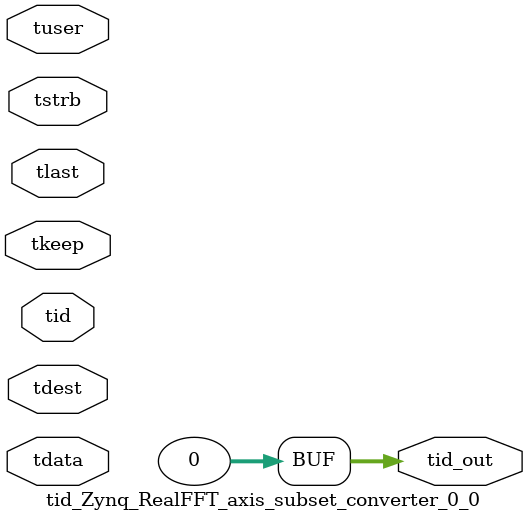
<source format=v>


`timescale 1ps/1ps

module tid_Zynq_RealFFT_axis_subset_converter_0_0 #
(
parameter C_S_AXIS_TID_WIDTH   = 1,
parameter C_S_AXIS_TUSER_WIDTH = 0,
parameter C_S_AXIS_TDATA_WIDTH = 0,
parameter C_S_AXIS_TDEST_WIDTH = 0,
parameter C_M_AXIS_TID_WIDTH   = 32
)
(
input  [(C_S_AXIS_TID_WIDTH   == 0 ? 1 : C_S_AXIS_TID_WIDTH)-1:0       ] tid,
input  [(C_S_AXIS_TDATA_WIDTH == 0 ? 1 : C_S_AXIS_TDATA_WIDTH)-1:0     ] tdata,
input  [(C_S_AXIS_TUSER_WIDTH == 0 ? 1 : C_S_AXIS_TUSER_WIDTH)-1:0     ] tuser,
input  [(C_S_AXIS_TDEST_WIDTH == 0 ? 1 : C_S_AXIS_TDEST_WIDTH)-1:0     ] tdest,
input  [(C_S_AXIS_TDATA_WIDTH/8)-1:0 ] tkeep,
input  [(C_S_AXIS_TDATA_WIDTH/8)-1:0 ] tstrb,
input                                                                    tlast,
output [(C_M_AXIS_TID_WIDTH   == 0 ? 1 : C_M_AXIS_TID_WIDTH)-1:0       ] tid_out
);

assign tid_out = {1'b0};

endmodule


</source>
